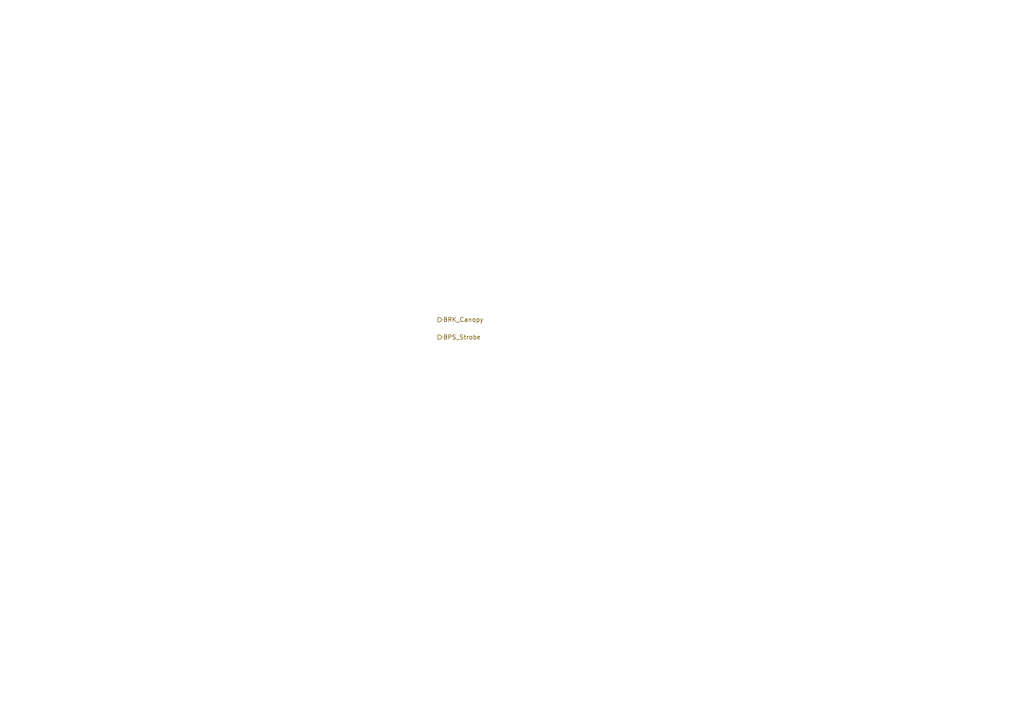
<source format=kicad_sch>
(kicad_sch
	(version 20250114)
	(generator "eeschema")
	(generator_version "9.0")
	(uuid "a75b9d60-efe3-42a6-8800-d99f3a66afe7")
	(paper "A4")
	(lib_symbols)
	(hierarchical_label "BPS_Strobe"
		(shape output)
		(at 127 97.79 0)
		(effects
			(font
				(size 1.27 1.27)
			)
			(justify left)
		)
		(uuid "208d2e6f-652a-4197-b0d2-463f64e4c800")
	)
	(hierarchical_label "BRK_Canopy"
		(shape output)
		(at 127 92.71 0)
		(effects
			(font
				(size 1.27 1.27)
			)
			(justify left)
		)
		(uuid "a4fca87c-77bc-4ada-a8a5-ec7e4c89e13a")
	)
)

</source>
